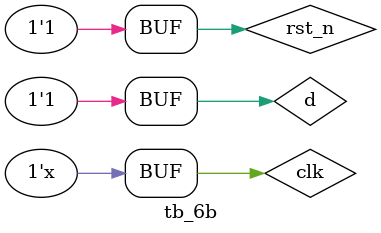
<source format=v>
module tb_6b;
  reg rst_n;
  reg d;
  reg clk= 0;
  d_negedge_ff dut(.rst_n(rst_n), .d(d), .clk(clk), .q(q));
   always #5 clk=~clk;
  initial begin
    rst_n=0;
    d=0;
    #5 rst_n=1;
    d=0;
    #5 d=1;
    rst_n=0;
    #5 d=1;
    #5 rst_n =1;
  end
endmodule
  

</source>
